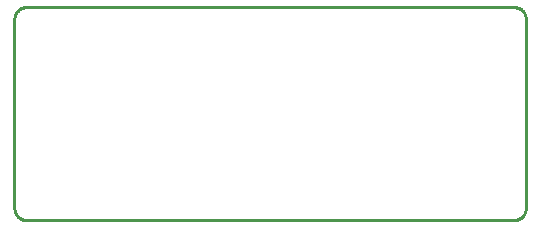
<source format=gbr>
G04 EAGLE Gerber RS-274X export*
G75*
%MOMM*%
%FSLAX34Y34*%
%LPD*%
%AMOC8*
5,1,8,0,0,1.08239X$1,22.5*%
G01*
%ADD10C,0.254000*%


D10*
X-1270Y8890D02*
X-1231Y8005D01*
X-1116Y7126D01*
X-924Y6260D01*
X-657Y5415D01*
X-318Y4596D01*
X91Y3810D01*
X567Y3062D01*
X1107Y2359D01*
X1706Y1706D01*
X2359Y1107D01*
X3062Y567D01*
X3810Y91D01*
X4596Y-318D01*
X5415Y-657D01*
X6260Y-924D01*
X7126Y-1116D01*
X8005Y-1231D01*
X8890Y-1270D01*
X421640Y-1270D01*
X422526Y-1231D01*
X423404Y-1116D01*
X424270Y-924D01*
X425115Y-657D01*
X425934Y-318D01*
X426720Y91D01*
X427468Y567D01*
X428171Y1107D01*
X428824Y1706D01*
X429423Y2359D01*
X429963Y3062D01*
X430439Y3810D01*
X430848Y4596D01*
X431187Y5415D01*
X431454Y6260D01*
X431646Y7126D01*
X431761Y8005D01*
X431800Y8890D01*
X431800Y168910D01*
X431761Y169796D01*
X431646Y170674D01*
X431454Y171540D01*
X431187Y172385D01*
X430848Y173204D01*
X430439Y173990D01*
X429963Y174738D01*
X429423Y175441D01*
X428824Y176094D01*
X428171Y176693D01*
X427468Y177233D01*
X426720Y177709D01*
X425934Y178118D01*
X425115Y178457D01*
X424270Y178724D01*
X423404Y178916D01*
X422526Y179031D01*
X421640Y179070D01*
X8890Y179070D01*
X8005Y179031D01*
X7126Y178916D01*
X6260Y178724D01*
X5415Y178457D01*
X4596Y178118D01*
X3810Y177709D01*
X3062Y177233D01*
X2359Y176693D01*
X1706Y176094D01*
X1107Y175441D01*
X567Y174738D01*
X91Y173990D01*
X-318Y173204D01*
X-657Y172385D01*
X-924Y171540D01*
X-1116Y170674D01*
X-1231Y169796D01*
X-1270Y168910D01*
X-1270Y8890D01*
M02*

</source>
